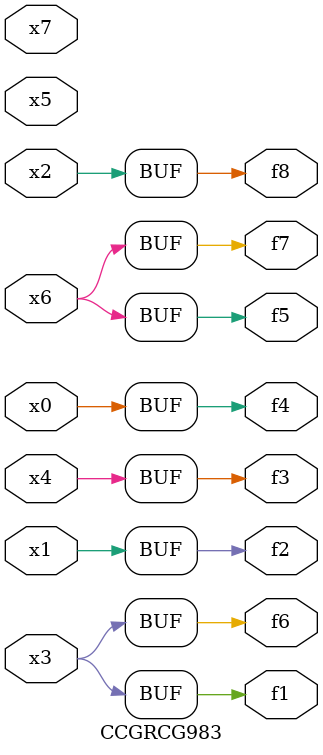
<source format=v>
module CCGRCG983(
	input x0, x1, x2, x3, x4, x5, x6, x7,
	output f1, f2, f3, f4, f5, f6, f7, f8
);
	assign f1 = x3;
	assign f2 = x1;
	assign f3 = x4;
	assign f4 = x0;
	assign f5 = x6;
	assign f6 = x3;
	assign f7 = x6;
	assign f8 = x2;
endmodule

</source>
